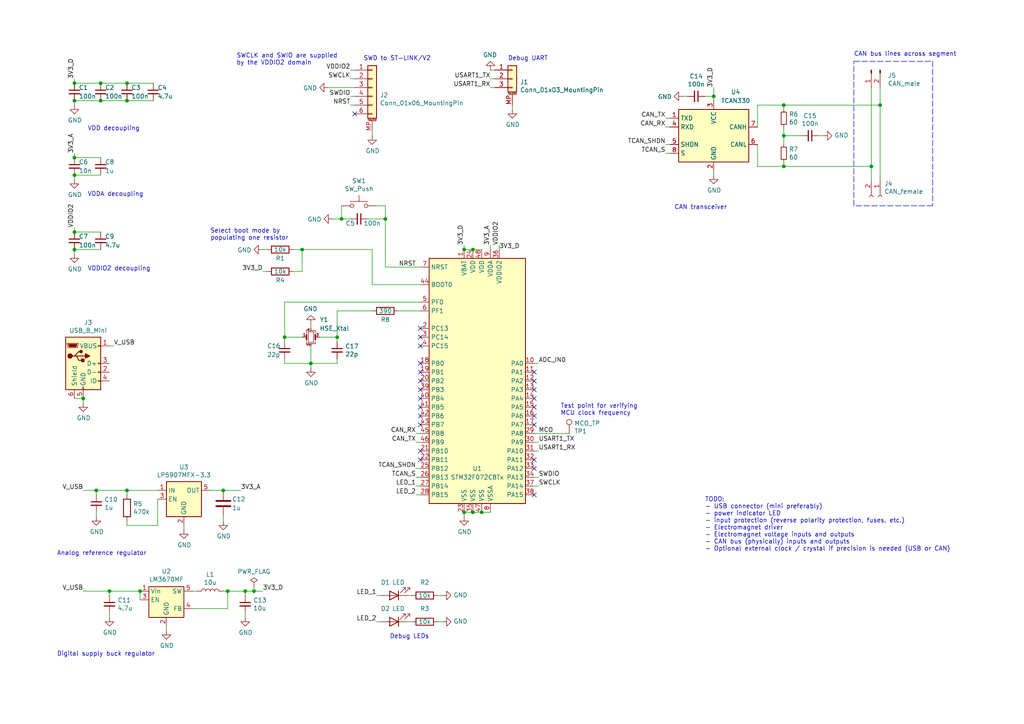
<source format=kicad_sch>
(kicad_sch (version 20231120) (generator "eeschema") (generator_version "8.0")
  (paper "A4")
  (title_block (title "Segment Control Unit") (date "2019-12-18") (rev "1") (company "Verneri Hirvonen"))
  (lib_symbols
    (symbol "Connector:TestPoint" (pin_numbers hide) (pin_names (offset 0.762) hide)
      (property "Reference" "TP" (at 0 6.858 0))
      (property "Value" "TestPoint" (at 0 5.08 0))
      (symbol "TestPoint_0_1"
        (circle (center 0 3.302) (radius 0.762))
      )
      (symbol "TestPoint_1_1"
        (pin passive line (at 0 0 90) (length 2.54) (name "1") (number "1"))
      )
    )
    (symbol "Connector_Generic_MountingPin:Conn_01x03_MountingPin" (pin_names (offset 1.016) hide)
      (property "Reference" "J" (at 0 5.08 0))
      (property "Value" "Conn_01x03_MountingPin" (at 1.27 -5.08 0))
      (symbol "Conn_01x03_MountingPin_1_1"
        (rectangle (start -1.27 -2.413) (end 0 -2.667) (stroke (width 0.1524)))
        (rectangle (start -1.27 0.127) (end 0 -0.127) (stroke (width 0.1524)))
        (rectangle (start -1.27 2.667) (end 0 2.413) (stroke (width 0.1524)))
        (rectangle (start -1.27 3.81) (end 1.27 -3.81) (stroke (width 0.254)) (fill (type background)))
        (polyline (pts (xy -1.016 -4.572) (xy 1.016 -4.572)) (stroke (width 0.1524)))
        (text "Mounting" (at 0 -4.191 0) (effects (font (size 0.381 0.381))))
        (pin passive line (at -5.08 2.54 0) (length 3.81) (name "Pin_1") (number "1"))
        (pin passive line (at -5.08 0 0) (length 3.81) (name "Pin_2") (number "2"))
        (pin passive line (at -5.08 -2.54 0) (length 3.81) (name "Pin_3") (number "3"))
        (pin passive line (at 0 -7.62 90) (length 3.048) (name "MountPin") (number "MP"))
      )
    )
    (symbol "Connector_Generic_MountingPin:Conn_01x06_MountingPin" (pin_names (offset 1.016) hide)
      (property "Reference" "J" (at 0 7.62 0))
      (property "Value" "Conn_01x06_MountingPin" (at 1.27 -10.16 0))
      (symbol "Conn_01x06_MountingPin_1_1"
        (rectangle (start -1.27 -7.493) (end 0 -7.747) (stroke (width 0.1524)))
        (rectangle (start -1.27 -4.953) (end 0 -5.207) (stroke (width 0.1524)))
        (rectangle (start -1.27 -2.413) (end 0 -2.667) (stroke (width 0.1524)))
        (rectangle (start -1.27 0.127) (end 0 -0.127) (stroke (width 0.1524)))
        (rectangle (start -1.27 2.667) (end 0 2.413) (stroke (width 0.1524)))
        (rectangle (start -1.27 5.207) (end 0 4.953) (stroke (width 0.1524)))
        (rectangle (start -1.27 6.35) (end 1.27 -8.89) (stroke (width 0.254)) (fill (type background)))
        (polyline (pts (xy -1.016 -9.652) (xy 1.016 -9.652)) (stroke (width 0.1524)))
        (text "Mounting" (at 0 -9.271 0) (effects (font (size 0.381 0.381))))
        (pin passive line (at -5.08 5.08 0) (length 3.81) (name "Pin_1") (number "1"))
        (pin passive line (at -5.08 2.54 0) (length 3.81) (name "Pin_2") (number "2"))
        (pin passive line (at -5.08 0 0) (length 3.81) (name "Pin_3") (number "3"))
        (pin passive line (at -5.08 -2.54 0) (length 3.81) (name "Pin_4") (number "4"))
        (pin passive line (at -5.08 -5.08 0) (length 3.81) (name "Pin_5") (number "5"))
        (pin passive line (at -5.08 -7.62 0) (length 3.81) (name "Pin_6") (number "6"))
        (pin passive line (at 0 -12.7 90) (length 3.048) (name "MountPin") (number "MP"))
      )
    )
    (symbol "Device:C" (pin_numbers hide) (pin_names (offset 0.254))
      (property "Reference" "C" (at 0.635 2.54 0))
      (property "Value" "C" (at 0.635 -2.54 0))
      (symbol "C_0_1"
        (polyline (pts (xy -2.032 -0.762) (xy 2.032 -0.762)) (stroke (width 0.508)))
        (polyline (pts (xy -2.032 0.762) (xy 2.032 0.762)) (stroke (width 0.508)))
      )
      (symbol "C_1_1"
        (pin passive line (at 0 3.81 270) (length 2.794) (name "~") (number "1"))
        (pin passive line (at 0 -3.81 90) (length 2.794) (name "~") (number "2"))
      )
    )
    (symbol "Device:C_Small" (pin_numbers hide) (pin_names (offset 0.254) hide)
      (property "Reference" "C" (at 0.254 1.778 0))
      (property "Value" "C_Small" (at 0.254 -2.032 0))
      (symbol "C_Small_0_1"
        (polyline (pts (xy -1.524 -0.508) (xy 1.524 -0.508)) (stroke (width 0.3302)))
        (polyline (pts (xy -1.524 0.508) (xy 1.524 0.508)) (stroke (width 0.3048)))
      )
      (symbol "C_Small_1_1"
        (pin passive line (at 0 2.54 270) (length 2.032) (name "~") (number "1"))
        (pin passive line (at 0 -2.54 90) (length 2.032) (name "~") (number "2"))
      )
    )
    (symbol "Device:Crystal_GND24_Small" (pin_names (offset 1.016) hide)
      (property "Reference" "Y" (at 1.27 4.445 0))
      (property "Value" "Crystal_GND24_Small" (at 1.27 2.54 0))
      (symbol "Crystal_GND24_Small_0_1"
        (rectangle (start -0.762 -1.524) (end 0.762 1.524))
        (polyline (pts (xy -1.27 -0.762) (xy -1.27 0.762)) (stroke (width 0.381)))
        (polyline (pts (xy 1.27 -0.762) (xy 1.27 0.762)) (stroke (width 0.381)))
        (polyline (pts (xy -1.27 -1.27) (xy -1.27 -1.905) (xy 1.27 -1.905) (xy 1.27 -1.27)))
        (polyline (pts (xy -1.27 1.27) (xy -1.27 1.905) (xy 1.27 1.905) (xy 1.27 1.27)))
      )
      (symbol "Crystal_GND24_Small_1_1"
        (pin passive line (at -2.54 0 0) (length 1.27) (name "1") (number "1"))
        (pin passive line (at 0 -2.54 90) (length 0.635) (name "2") (number "2"))
        (pin passive line (at 2.54 0 180) (length 1.27) (name "3") (number "3"))
        (pin passive line (at 0 2.54 270) (length 0.635) (name "4") (number "4"))
      )
    )
    (symbol "Device:L" (pin_numbers hide) (pin_names (offset 1.016) hide)
      (property "Reference" "L" (at -1.27 0 90))
      (property "Value" "L" (at 1.905 0 90))
      (symbol "L_0_1"
        (arc (start 0 -2.54) (mid 0.6323 -1.905) (end 0 -1.27))
        (arc (start 0 -1.27) (mid 0.6323 -0.635) (end 0 0))
        (arc (start 0 0) (mid 0.6323 0.635) (end 0 1.27))
        (arc (start 0 1.27) (mid 0.6323 1.905) (end 0 2.54))
      )
      (symbol "L_1_1"
        (pin passive line (at 0 3.81 270) (length 1.27) (name "1") (number "1"))
        (pin passive line (at 0 -3.81 90) (length 1.27) (name "2") (number "2"))
      )
    )
    (symbol "Device:LED" (pin_numbers hide) (pin_names (offset 1.016) hide)
      (property "Reference" "D" (at 0 2.54 0))
      (property "Value" "LED" (at 0 -2.54 0))
      (symbol "LED_0_1"
        (polyline (pts (xy -1.27 -1.27) (xy -1.27 1.27)) (stroke (width 0.254)))
        (polyline (pts (xy -1.27 0) (xy 1.27 0)))
        (polyline (pts (xy 1.27 -1.27) (xy 1.27 1.27) (xy -1.27 0) (xy 1.27 -1.27)) (stroke (width 0.254)))
        (polyline (pts (xy -3.048 -0.762) (xy -4.572 -2.286) (xy -3.81 -2.286) (xy -4.572 -2.286) (xy -4.572 -1.524)))
        (polyline (pts (xy -1.778 -0.762) (xy -3.302 -2.286) (xy -2.54 -2.286) (xy -3.302 -2.286) (xy -3.302 -1.524)))
      )
      (symbol "LED_1_1"
        (pin passive line (at -3.81 0 0) (length 2.54) (name "K") (number "1"))
        (pin passive line (at 3.81 0 180) (length 2.54) (name "A") (number "2"))
      )
    )
    (symbol "Device:R" (pin_numbers hide) (pin_names (offset 0))
      (property "Reference" "R" (at 2.032 0 90))
      (property "Value" "R" (at 0 0 90))
      (symbol "R_0_1"
        (rectangle (start -1.016 -2.54) (end 1.016 2.54) (stroke (width 0.254)))
      )
      (symbol "R_1_1"
        (pin passive line (at 0 3.81 270) (length 1.27) (name "~") (number "1"))
        (pin passive line (at 0 -3.81 90) (length 1.27) (name "~") (number "2"))
      )
    )
    (symbol "Device:R_Small" (pin_numbers hide) (pin_names (offset 0.254) hide)
      (property "Reference" "R" (at 0.762 0.508 0))
      (property "Value" "R_Small" (at 0.762 -1.016 0))
      (symbol "R_Small_0_1"
        (rectangle (start -0.762 1.778) (end 0.762 -1.778) (stroke (width 0.2032)))
      )
      (symbol "R_Small_1_1"
        (pin passive line (at 0 2.54 270) (length 0.762) (name "~") (number "1"))
        (pin passive line (at 0 -2.54 90) (length 0.762) (name "~") (number "2"))
      )
    )
    (symbol "Interface_CAN_LIN:TCAN330"
      (property "Reference" "U" (at -10.16 8.89 0))
      (property "Value" "TCAN330" (at 2.54 8.89 0))
      (symbol "TCAN330_0_1"
        (rectangle (start -10.16 7.62) (end 10.16 -7.62) (stroke (width 0.254)) (fill (type background)))
      )
      (symbol "TCAN330_1_1"
        (pin input line (at -12.7 5.08 0) (length 2.54) (name "TXD") (number "1"))
        (pin power_in line (at 0 -10.16 90) (length 2.54) (name "GND") (number "2"))
        (pin power_in line (at 0 10.16 270) (length 2.54) (name "VCC") (number "3"))
        (pin tri_state line (at -12.7 2.54 0) (length 2.54) (name "RXD") (number "4"))
        (pin input line (at -12.7 -2.54 0) (length 2.54) (name "SHDN") (number "5"))
        (pin bidirectional line (at 12.7 -2.54 180) (length 2.54) (name "CANL") (number "6"))
        (pin bidirectional line (at 12.7 2.54 180) (length 2.54) (name "CANH") (number "7"))
        (pin input line (at -12.7 -5.08 0) (length 2.54) (name "S") (number "8"))
      )
    )
    (symbol "Regulator_Linear:LP5907MFX-3.3"
      (property "Reference" "U" (at -3.81 6.35 0))
      (property "Value" "LP5907MFX-3.3" (at 6.35 6.35 0))
      (symbol "LP5907MFX-3.3_0_1"
        (rectangle (start -5.08 -5.08) (end 5.08 5.08) (stroke (width 0.254)) (fill (type background)))
        (pin power_in line (at -7.62 2.54 0) (length 2.54) (name "IN") (number "1"))
        (pin power_in line (at 0 -7.62 90) (length 2.54) (name "GND") (number "2"))
        (pin input line (at -7.62 0 0) (length 2.54) (name "EN") (number "3"))
        (pin no_connect line (at 5.08 0 180) (length 2.54) hide (name "NC") (number "4"))
        (pin power_out line (at 7.62 2.54 180) (length 2.54) (name "OUT") (number "5"))
      )
    )
    (symbol "Regulator_Switching:LM3670MF"
      (property "Reference" "U" (at -5.08 5.08 0))
      (property "Value" "LM3670MF" (at 0 5.08 0))
      (symbol "LM3670MF_0_1"
        (rectangle (start -5.08 3.81) (end 5.08 -5.08) (stroke (width 0.254)) (fill (type background)))
      )
      (symbol "LM3670MF_1_1"
        (pin power_in line (at -7.62 2.54 0) (length 2.54) (name "Vin") (number "1"))
        (pin power_in line (at 0 -7.62 90) (length 2.54) (name "GND") (number "2"))
        (pin input line (at -7.62 0 0) (length 2.54) (name "EN") (number "3"))
        (pin input line (at 7.62 -2.54 180) (length 2.54) (name "FB") (number "4"))
        (pin input line (at 7.62 2.54 180) (length 2.54) (name "SW") (number "5"))
      )
    )
    (symbol "Switch:SW_Push" (pin_numbers hide) (pin_names (offset 1.016) hide)
      (property "Reference" "SW" (at 1.27 2.54 0))
      (property "Value" "SW_Push" (at 0 -1.524 0))
      (symbol "SW_Push_0_1"
        (circle (center -2.032 0) (radius 0.508))
        (polyline (pts (xy 0 1.27) (xy 0 3.048)))
        (polyline (pts (xy 2.54 1.27) (xy -2.54 1.27)))
        (circle (center 2.032 0) (radius 0.508))
        (pin passive line (at -5.08 0 0) (length 2.54) (name "1") (number "1"))
        (pin passive line (at 5.08 0 180) (length 2.54) (name "2") (number "2"))
      )
    )
    (symbol "main-rescue:Conn_01x02_Female-Connector" (pin_names (offset 1.016) hide)
      (property "Reference" "J" (at 0 2.54 0))
      (property "Value" "Connector_Conn_01x02_Female" (at 0 -5.08 0))
      (symbol "Conn_01x02_Female-Connector_1_1"
        (arc (start 0 -2.032) (mid -0.508 -2.54) (end 0 -3.048) (stroke (width 0.1524)))
        (polyline (pts (xy -1.27 -2.54) (xy -0.508 -2.54)) (stroke (width 0.1524)))
        (polyline (pts (xy -1.27 0) (xy -0.508 0)) (stroke (width 0.1524)))
        (arc (start 0 0.508) (mid -0.508 0) (end 0 -0.508) (stroke (width 0.1524)))
        (pin passive line (at -5.08 0 0) (length 3.81) (name "Pin_1") (number "1"))
        (pin passive line (at -5.08 -2.54 0) (length 3.81) (name "Pin_2") (number "2"))
      )
    )
    (symbol "main-rescue:Conn_01x02_Male-Connector" (pin_names (offset 1.016) hide)
      (property "Reference" "J" (at 0 2.54 0))
      (property "Value" "Connector_Conn_01x02_Male" (at 0 -5.08 0))
      (symbol "Conn_01x02_Male-Connector_1_1"
        (polyline (pts (xy 1.27 -2.54) (xy 0.8636 -2.54)) (stroke (width 0.1524)))
        (polyline (pts (xy 1.27 0) (xy 0.8636 0)) (stroke (width 0.1524)))
        (rectangle (start 0.8636 -2.413) (end 0 -2.667) (stroke (width 0.1524)) (fill (type outline)))
        (rectangle (start 0.8636 0.127) (end 0 -0.127) (stroke (width 0.1524)) (fill (type outline)))
        (pin passive line (at 5.08 0 180) (length 3.81) (name "Pin_1") (number "1"))
        (pin passive line (at 5.08 -2.54 180) (length 3.81) (name "Pin_2") (number "2"))
      )
    )
    (symbol "main-rescue:GND-power" (power) (pin_names (offset 0))
      (property "Value" "power_GND" (at 0 -3.81 0))
      (symbol "GND-power_0_1"
        (polyline (pts (xy 0 0) (xy 0 -1.27) (xy 1.27 -1.27) (xy 0 -2.54) (xy -1.27 -1.27) (xy 0 -1.27)))
      )
      (symbol "GND-power_1_1"
        (pin power_in line (at 0 0 270) (length 0) hide (name "GND") (number "1"))
      )
    )
    (symbol "main-rescue:PWR_FLAG-power" (power) (pin_numbers hide) (pin_names (offset 0) hide)
      (property "Value" "power_PWR_FLAG" (at 0 3.81 0))
      (symbol "PWR_FLAG-power_0_0"
        (pin power_out line (at 0 0 90) (length 0) (name "pwr") (number "1"))
      )
      (symbol "PWR_FLAG-power_0_1"
        (polyline (pts (xy 0 0) (xy 0 1.27) (xy -1.016 1.905) (xy 0 2.54) (xy 1.016 1.905) (xy 0 1.27)))
      )
    )
    (symbol "main-rescue:STM32F072C8Tx-MCU_ST_STM32F0"
      (property "Reference" "U" (at -15.24 36.83 0))
      (property "Value" "MCU_ST_STM32F0_STM32F072C8Tx" (at 7.62 36.83 0))
      (symbol "STM32F072C8Tx-MCU_ST_STM32F0_0_1"
        (rectangle (start -15.24 -35.56) (end 12.7 35.56) (stroke (width 0.254)) (fill (type background)))
      )
      (symbol "STM32F072C8Tx-MCU_ST_STM32F0_1_1"
        (pin power_in line (at -5.08 38.1 270) (length 2.54) (name "VBAT") (number "1"))
        (pin bidirectional line (at 15.24 5.08 180) (length 2.54) (name "PA0") (number "10"))
        (pin bidirectional line (at 15.24 2.54 180) (length 2.54) (name "PA1") (number "11"))
        (pin bidirectional line (at 15.24 0 180) (length 2.54) (name "PA2") (number "12"))
        (pin bidirectional line (at 15.24 -2.54 180) (length 2.54) (name "PA3") (number "13"))
        (pin bidirectional line (at 15.24 -5.08 180) (length 2.54) (name "PA4") (number "14"))
        (pin bidirectional line (at 15.24 -7.62 180) (length 2.54) (name "PA5") (number "15"))
        (pin bidirectional line (at 15.24 -10.16 180) (length 2.54) (name "PA6") (number "16"))
        (pin bidirectional line (at 15.24 -12.7 180) (length 2.54) (name "PA7") (number "17"))
        (pin bidirectional line (at -17.78 5.08 0) (length 2.54) (name "PB0") (number "18"))
        (pin bidirectional line (at -17.78 2.54 0) (length 2.54) (name "PB1") (number "19"))
        (pin bidirectional line (at -17.78 15.24 0) (length 2.54) (name "PC13") (number "2"))
        (pin bidirectional line (at -17.78 0 0) (length 2.54) (name "PB2") (number "20"))
        (pin bidirectional line (at -17.78 -20.32 0) (length 2.54) (name "PB10") (number "21"))
        (pin bidirectional line (at -17.78 -22.86 0) (length 2.54) (name "PB11") (number "22"))
        (pin power_in line (at -5.08 -38.1 90) (length 2.54) (name "VSS") (number "23"))
        (pin power_in line (at -2.54 38.1 270) (length 2.54) (name "VDD") (number "24"))
        (pin bidirectional line (at -17.78 -25.4 0) (length 2.54) (name "PB12") (number "25"))
        (pin bidirectional line (at -17.78 -27.94 0) (length 2.54) (name "PB13") (number "26"))
        (pin bidirectional line (at -17.78 -30.48 0) (length 2.54) (name "PB14") (number "27"))
        (pin bidirectional line (at -17.78 -33.02 0) (length 2.54) (name "PB15") (number "28"))
        (pin bidirectional line (at 15.24 -15.24 180) (length 2.54) (name "PA8") (number "29"))
        (pin bidirectional line (at -17.78 12.7 0) (length 2.54) (name "PC14") (number "3"))
        (pin bidirectional line (at 15.24 -17.78 180) (length 2.54) (name "PA9") (number "30"))
        (pin bidirectional line (at 15.24 -20.32 180) (length 2.54) (name "PA10") (number "31"))
        (pin bidirectional line (at 15.24 -22.86 180) (length 2.54) (name "PA11") (number "32"))
        (pin bidirectional line (at 15.24 -25.4 180) (length 2.54) (name "PA12") (number "33"))
        (pin bidirectional line (at 15.24 -27.94 180) (length 2.54) (name "PA13") (number "34"))
        (pin power_in line (at -2.54 -38.1 90) (length 2.54) (name "VSS") (number "35"))
        (pin power_in line (at 5.08 38.1 270) (length 2.54) (name "VDDIO2") (number "36"))
        (pin bidirectional line (at 15.24 -30.48 180) (length 2.54) (name "PA14") (number "37"))
        (pin bidirectional line (at 15.24 -33.02 180) (length 2.54) (name "PA15") (number "38"))
        (pin bidirectional line (at -17.78 -2.54 0) (length 2.54) (name "PB3") (number "39"))
        (pin bidirectional line (at -17.78 10.16 0) (length 2.54) (name "PC15") (number "4"))
        (pin bidirectional line (at -17.78 -5.08 0) (length 2.54) (name "PB4") (number "40"))
        (pin bidirectional line (at -17.78 -7.62 0) (length 2.54) (name "PB5") (number "41"))
        (pin bidirectional line (at -17.78 -10.16 0) (length 2.54) (name "PB6") (number "42"))
        (pin bidirectional line (at -17.78 -12.7 0) (length 2.54) (name "PB7") (number "43"))
        (pin input line (at -17.78 27.94 0) (length 2.54) (name "BOOT0") (number "44"))
        (pin bidirectional line (at -17.78 -15.24 0) (length 2.54) (name "PB8") (number "45"))
        (pin bidirectional line (at -17.78 -17.78 0) (length 2.54) (name "PB9") (number "46"))
        (pin power_in line (at 0 -38.1 90) (length 2.54) (name "VSS") (number "47"))
        (pin power_in line (at 0 38.1 270) (length 2.54) (name "VDD") (number "48"))
        (pin input line (at -17.78 22.86 0) (length 2.54) (name "PF0") (number "5"))
        (pin input line (at -17.78 20.32 0) (length 2.54) (name "PF1") (number "6"))
        (pin input line (at -17.78 33.02 0) (length 2.54) (name "NRST") (number "7"))
        (pin power_in line (at 2.54 -38.1 90) (length 2.54) (name "VSSA") (number "8"))
        (pin power_in line (at 2.54 38.1 270) (length 2.54) (name "VDDA") (number "9"))
      )
    )
    (symbol "main-rescue:USB_B_Mini-Connector" (pin_names (offset 1.016))
      (property "Reference" "J" (at -5.08 11.43 0))
      (property "Value" "Connector_USB_B_Mini" (at -5.08 8.89 0))
      (symbol "USB_B_Mini-Connector_0_1"
        (rectangle (start -5.08 -7.62) (end 5.08 7.62) (stroke (width 0.254)) (fill (type background)))
        (circle (center -3.81 2.159) (radius 0.635) (stroke (width 0.254)) (fill (type outline)))
        (circle (center -0.635 3.429) (radius 0.381) (stroke (width 0.254)) (fill (type outline)))
        (rectangle (start -0.127 -7.62) (end 0.127 -6.858))
        (polyline (pts (xy -1.905 2.159) (xy 0.635 2.159)) (stroke (width 0.254)))
        (polyline (pts (xy -3.175 2.159) (xy -2.54 2.159) (xy -1.27 3.429) (xy -0.635 3.429)) (stroke (width 0.254)))
        (polyline (pts (xy -2.54 2.159) (xy -1.905 2.159) (xy -1.27 0.889) (xy 0 0.889)) (stroke (width 0.254)))
        (polyline (pts (xy 0.635 2.794) (xy 0.635 1.524) (xy 1.905 2.159) (xy 0.635 2.794)) (stroke (width 0.254)) (fill (type outline)))
        (polyline (pts (xy -4.318 5.588) (xy -1.778 5.588) (xy -2.032 4.826) (xy -4.064 4.826) (xy -4.318 5.588)) (fill (type outline)))
        (polyline (pts (xy -4.699 5.842) (xy -4.699 5.588) (xy -4.445 4.826) (xy -4.445 4.572) (xy -1.651 4.572) (xy -1.651 4.826) (xy -1.397 5.588) (xy -1.397 5.842) (xy -4.699 5.842)))
        (rectangle (start 0.254 1.27) (end -0.508 0.508) (stroke (width 0.254)) (fill (type outline)))
        (rectangle (start 5.08 -5.207) (end 4.318 -4.953))
        (rectangle (start 5.08 -2.667) (end 4.318 -2.413))
        (rectangle (start 5.08 -0.127) (end 4.318 0.127))
        (rectangle (start 5.08 4.953) (end 4.318 5.207))
      )
      (symbol "USB_B_Mini-Connector_1_1"
        (pin power_out line (at 7.62 5.08 180) (length 2.54) (name "VBUS") (number "1"))
        (pin passive line (at 7.62 -2.54 180) (length 2.54) (name "D-") (number "2"))
        (pin passive line (at 7.62 0 180) (length 2.54) (name "D+") (number "3"))
        (pin passive line (at 7.62 -5.08 180) (length 2.54) (name "ID") (number "4"))
        (pin power_out line (at 0 -10.16 90) (length 2.54) (name "GND") (number "5"))
        (pin passive line (at -2.54 -10.16 90) (length 2.54) (name "Shield") (number "6"))
      )
    )
  )
  (junction (at 66.04 171.45))
  (junction (at 207.01 27.94))
  (junction (at 36.83 142.24))
  (junction (at 24.13 115.57))
  (junction (at 73.66 171.45))
  (junction (at 111.76 63.5))
  (junction (at 36.83 29.21))
  (junction (at 134.62 72.39))
  (junction (at 29.21 24.13))
  (junction (at 31.75 171.45))
  (junction (at 99.06 63.5))
  (junction (at 71.12 171.45))
  (junction (at 227.33 30.48))
  (junction (at 21.59 45.72))
  (junction (at 29.21 29.21))
  (junction (at 40.64 171.45))
  (junction (at 227.33 39.37))
  (junction (at 21.59 72.39))
  (junction (at 82.55 97.79))
  (junction (at 21.59 50.8))
  (junction (at 255.27 30.48))
  (junction (at 97.79 97.79))
  (junction (at 27.94 142.24))
  (junction (at 137.16 72.39))
  (junction (at 21.59 24.13))
  (junction (at 64.77 142.24))
  (junction (at 227.33 48.26))
  (junction (at 137.16 148.59))
  (junction (at 252.73 48.26))
  (junction (at 36.83 24.13))
  (junction (at 21.59 67.31))
  (junction (at 87.63 72.39))
  (junction (at 134.62 148.59))
  (junction (at 21.59 29.21))
  (junction (at 90.17 105.41))
  (junction (at 139.7 148.59))
  (no_connect (at 154.94 115.57))
  (no_connect (at 121.92 97.79))
  (no_connect (at 154.94 110.49))
  (no_connect (at 121.92 118.11))
  (no_connect (at 121.92 123.19))
  (no_connect (at 121.92 133.35))
  (no_connect (at 121.92 100.33))
  (no_connect (at 102.87 33.02))
  (no_connect (at 121.92 95.25))
  (no_connect (at 154.94 113.03))
  (no_connect (at 154.94 120.65))
  (no_connect (at 154.94 123.19))
  (no_connect (at 154.94 107.95))
  (no_connect (at 121.92 107.95))
  (no_connect (at 154.94 135.89))
  (no_connect (at 121.92 105.41))
  (no_connect (at 121.92 120.65))
  (no_connect (at 154.94 143.51))
  (no_connect (at 154.94 118.11))
  (no_connect (at 121.92 113.03))
  (no_connect (at 121.92 130.81))
  (no_connect (at 121.92 115.57))
  (no_connect (at 154.94 133.35))
  (no_connect (at 121.92 110.49))
  (wire (pts (xy 45.72 144.78) (xy 45.72 152.4)))
  (wire (pts (xy 219.71 48.26) (xy 227.33 48.26)))
  (wire (pts (xy 194.31 41.91) (xy 193.04 41.91)))
  (wire (pts (xy 144.78 72.39) (xy 144.78 71.12)))
  (wire (pts (xy 44.45 29.21) (xy 36.83 29.21)))
  (wire (pts (xy 66.04 171.45) (xy 66.04 176.53)))
  (wire (pts (xy 102.87 20.32) (xy 101.6 20.32)))
  (wire (pts (xy 109.22 172.72) (xy 110.49 172.72)))
  (wire (pts (xy 97.79 104.14) (xy 97.79 105.41)))
  (wire (pts (xy 142.24 71.12) (xy 142.24 72.39)))
  (wire (pts (xy 102.87 30.48) (xy 101.6 30.48)))
  (wire (pts (xy 36.83 142.24) (xy 27.94 142.24)))
  (wire (pts (xy 121.92 143.51) (xy 120.65 143.51)))
  (wire (pts (xy 227.33 48.26) (xy 252.73 48.26)))
  (wire (pts (xy 21.59 72.39) (xy 21.59 73.66)))
  (wire (pts (xy 102.87 27.94) (xy 101.6 27.94)))
  (wire (pts (xy 21.59 72.39) (xy 29.21 72.39)))
  (wire (pts (xy 134.62 148.59) (xy 137.16 148.59)))
  (wire (pts (xy 255.27 52.07) (xy 255.27 30.48)))
  (wire (pts (xy 227.33 48.26) (xy 227.33 46.99)))
  (wire (pts (xy 121.92 138.43) (xy 120.65 138.43)))
  (wire (pts (xy 45.72 152.4) (xy 36.83 152.4)))
  (wire (pts (xy 31.75 171.45) (xy 24.13 171.45)))
  (wire (pts (xy 21.59 67.31) (xy 29.21 67.31)))
  (wire (pts (xy 48.26 181.61) (xy 48.26 182.88)))
  (wire (pts (xy 64.77 142.24) (xy 69.85 142.24)))
  (wire (pts (xy 227.33 41.91) (xy 227.33 39.37)))
  (wire (pts (xy 36.83 29.21) (xy 29.21 29.21)))
  (wire (pts (xy 252.73 52.07) (xy 252.73 48.26)))
  (wire (pts (xy 97.79 97.79) (xy 97.79 90.17)))
  (wire (pts (xy 73.66 170.18) (xy 73.66 171.45)))
  (wire (pts (xy 148.59 30.48) (xy 148.59 31.75)))
  (wire (pts (xy 193.04 34.29) (xy 194.31 34.29)))
  (wire (pts (xy 219.71 36.83) (xy 219.71 30.48)))
  (wire (pts (xy 207.01 49.53) (xy 207.01 50.8)))
  (wire (pts (xy 82.55 87.63) (xy 82.55 97.79)))
  (wire (pts (xy 102.87 22.86) (xy 101.6 22.86)))
  (wire (pts (xy 255.27 30.48) (xy 255.27 25.4)))
  (wire (pts (xy 118.11 180.34) (xy 119.38 180.34)))
  (wire (pts (xy 77.47 78.74) (xy 76.2 78.74)))
  (wire (pts (xy 36.83 143.51) (xy 36.83 142.24)))
  (wire (pts (xy 227.33 39.37) (xy 227.33 36.83)))
  (wire (pts (xy 127 172.72) (xy 128.27 172.72)))
  (wire (pts (xy 207.01 27.94) (xy 204.47 27.94)))
  (wire (pts (xy 53.34 152.4) (xy 53.34 153.67)))
  (wire (pts (xy 66.04 176.53) (xy 55.88 176.53)))
  (wire (pts (xy 237.49 39.37) (xy 238.76 39.37)))
  (wire (pts (xy 154.94 105.41) (xy 156.21 105.41)))
  (wire (pts (xy 82.55 97.79) (xy 82.55 99.06)))
  (wire (pts (xy 118.11 172.72) (xy 119.38 172.72)))
  (wire (pts (xy 73.66 171.45) (xy 76.2 171.45)))
  (wire (pts (xy 109.22 180.34) (xy 110.49 180.34)))
  (wire (pts (xy 90.17 95.25) (xy 90.17 93.98)))
  (wire (pts (xy 21.59 45.72) (xy 29.21 45.72)))
  (wire (pts (xy 71.12 171.45) (xy 71.12 172.72)))
  (wire (pts (xy 64.77 149.86) (xy 64.77 151.13)))
  (wire (pts (xy 90.17 105.41) (xy 90.17 106.68)))
  (wire (pts (xy 137.16 72.39) (xy 139.7 72.39)))
  (wire (pts (xy 227.33 30.48) (xy 255.27 30.48)))
  (wire (pts (xy 111.76 59.69) (xy 109.22 59.69)))
  (wire (pts (xy 115.57 90.17) (xy 121.92 90.17)))
  (wire (pts (xy 21.59 50.8) (xy 21.59 52.07)))
  (wire (pts (xy 31.75 100.33) (xy 33.02 100.33)))
  (wire (pts (xy 194.31 44.45) (xy 193.04 44.45)))
  (wire (pts (xy 121.92 82.55) (xy 107.95 82.55)))
  (wire (pts (xy 55.88 171.45) (xy 57.15 171.45)))
  (wire (pts (xy 64.77 171.45) (xy 66.04 171.45)))
  (wire (pts (xy 111.76 77.47) (xy 111.76 63.5)))
  (wire (pts (xy 29.21 24.13) (xy 36.83 24.13)))
  (wire (pts (xy 31.75 177.8) (xy 31.75 179.07)))
  (wire (pts (xy 121.92 135.89) (xy 120.65 135.89)))
  (wire (pts (xy 71.12 177.8) (xy 71.12 179.07)))
  (wire (pts (xy 21.59 24.13) (xy 29.21 24.13)))
  (wire (pts (xy 107.95 38.1) (xy 107.95 39.37)))
  (wire (pts (xy 66.04 171.45) (xy 71.12 171.45)))
  (wire (pts (xy 219.71 30.48) (xy 227.33 30.48)))
  (wire (pts (xy 21.59 44.45) (xy 21.59 45.72)))
  (wire (pts (xy 154.94 128.27) (xy 156.21 128.27)))
  (wire (pts (xy 207.01 29.21) (xy 207.01 27.94)))
  (wire (pts (xy 60.96 142.24) (xy 64.77 142.24)))
  (wire (pts (xy 45.72 142.24) (xy 36.83 142.24)))
  (wire (pts (xy 134.62 72.39) (xy 134.62 71.12)))
  (wire (pts (xy 27.94 148.59) (xy 27.94 149.86)))
  (wire (pts (xy 21.59 66.04) (xy 21.59 67.31)))
  (wire (pts (xy 219.71 41.91) (xy 219.71 48.26)))
  (wire (pts (xy 77.47 72.39) (xy 76.2 72.39)))
  (wire (pts (xy 127 180.34) (xy 128.27 180.34)))
  (polyline (pts (xy 247.65 17.78) (xy 270.51 17.78)) (stroke (width 0) (type dash)))
  (wire (pts (xy 111.76 59.69) (xy 111.76 63.5)))
  (wire (pts (xy 24.13 115.57) (xy 24.13 116.84)))
  (wire (pts (xy 121.92 140.97) (xy 120.65 140.97)))
  (wire (pts (xy 193.04 36.83) (xy 194.31 36.83)))
  (wire (pts (xy 121.92 87.63) (xy 82.55 87.63)))
  (wire (pts (xy 154.94 138.43) (xy 156.21 138.43)))
  (wire (pts (xy 154.94 130.81) (xy 156.21 130.81)))
  (wire (pts (xy 134.62 148.59) (xy 134.62 149.86)))
  (wire (pts (xy 31.75 172.72) (xy 31.75 171.45)))
  (wire (pts (xy 143.51 22.86) (xy 142.24 22.86)))
  (wire (pts (xy 97.79 97.79) (xy 92.71 97.79)))
  (wire (pts (xy 87.63 97.79) (xy 82.55 97.79)))
  (wire (pts (xy 21.59 115.57) (xy 24.13 115.57)))
  (wire (pts (xy 36.83 152.4) (xy 36.83 151.13)))
  (wire (pts (xy 121.92 128.27) (xy 120.65 128.27)))
  (wire (pts (xy 137.16 148.59) (xy 139.7 148.59)))
  (wire (pts (xy 21.59 29.21) (xy 21.59 30.48)))
  (wire (pts (xy 121.92 77.47) (xy 111.76 77.47)))
  (wire (pts (xy 227.33 39.37) (xy 232.41 39.37)))
  (wire (pts (xy 101.6 63.5) (xy 99.06 63.5)))
  (wire (pts (xy 82.55 105.41) (xy 90.17 105.41)))
  (wire (pts (xy 99.06 63.5) (xy 96.52 63.5)))
  (wire (pts (xy 102.87 25.4) (xy 95.25 25.4)))
  (wire (pts (xy 97.79 105.41) (xy 90.17 105.41)))
  (wire (pts (xy 154.94 125.73) (xy 165.1 125.73)))
  (wire (pts (xy 40.64 173.99) (xy 40.64 171.45)))
  (wire (pts (xy 107.95 82.55) (xy 107.95 72.39)))
  (wire (pts (xy 154.94 140.97) (xy 156.21 140.97)))
  (wire (pts (xy 106.68 63.5) (xy 111.76 63.5)))
  (wire (pts (xy 207.01 27.94) (xy 207.01 25.4)))
  (wire (pts (xy 139.7 148.59) (xy 142.24 148.59)))
  (wire (pts (xy 21.59 24.13) (xy 21.59 22.86)))
  (wire (pts (xy 21.59 29.21) (xy 29.21 29.21)))
  (wire (pts (xy 40.64 171.45) (xy 31.75 171.45)))
  (wire (pts (xy 107.95 72.39) (xy 87.63 72.39)))
  (wire (pts (xy 143.51 20.32) (xy 142.24 20.32)))
  (wire (pts (xy 143.51 25.4) (xy 142.24 25.4)))
  (wire (pts (xy 87.63 72.39) (xy 87.63 78.74)))
  (wire (pts (xy 21.59 50.8) (xy 29.21 50.8)))
  (wire (pts (xy 199.39 27.94) (xy 198.12 27.94)))
  (wire (pts (xy 27.94 143.51) (xy 27.94 142.24)))
  (wire (pts (xy 99.06 63.5) (xy 99.06 59.69)))
  (wire (pts (xy 90.17 100.33) (xy 90.17 105.41)))
  (wire (pts (xy 82.55 104.14) (xy 82.55 105.41)))
  (polyline (pts (xy 247.65 59.69) (xy 247.65 17.78)) (stroke (width 0) (type dash)))
  (wire (pts (xy 71.12 171.45) (xy 73.66 171.45)))
  (wire (pts (xy 227.33 30.48) (xy 227.33 31.75)))
  (wire (pts (xy 121.92 125.73) (xy 120.65 125.73)))
  (wire (pts (xy 97.79 90.17) (xy 107.95 90.17)))
  (wire (pts (xy 87.63 78.74) (xy 85.09 78.74)))
  (polyline (pts (xy 270.51 17.78) (xy 270.51 59.69)) (stroke (width 0) (type dash)))
  (wire (pts (xy 252.73 48.26) (xy 252.73 25.4)))
  (wire (pts (xy 97.79 99.06) (xy 97.79 97.79)))
  (wire (pts (xy 137.16 72.39) (xy 134.62 72.39)))
  (wire (pts (xy 85.09 72.39) (xy 87.63 72.39)))
  (wire (pts (xy 36.83 24.13) (xy 44.45 24.13)))
  (wire (pts (xy 27.94 142.24) (xy 24.13 142.24)))
  (polyline (pts (xy 270.51 59.69) (xy 247.65 59.69)) (stroke (width 0) (type dash)))
  (text "VDDA decoupling" (at 25.4 57.15 0) (effects (font (size 1.27 1.27)) (justify left bottom)))
  (text "Digital supply buck regulator" (at 16.51 190.5 0) (effects (font (size 1.27 1.27)) (justify left bottom)))
  (text "SWD to ST-LINK/V2" (at 105.41 17.78 0) (effects (font (size 1.27 1.27)) (justify left bottom)))
  (text "Debug LEDs" (at 113.03 185.42 0) (effects (font (size 1.27 1.27)) (justify left bottom)))
  (text "CAN bus lines across segment" (at 247.65 16.51 0) (effects (font (size 1.27 1.27)) (justify left bottom)))
  (text "CAN transceiver" (at 195.58 60.96 0) (effects (font (size 1.27 1.27)) (justify left bottom)))
  (text "VDD decoupling" (at 25.4 38.1 0) (effects (font (size 1.27 1.27)) (justify left bottom)))
  (text "VDDIO2 decoupling" (at 25.4 78.74 0) (effects (font (size 1.27 1.27)) (justify left bottom)))
  (text "Analog reference regulator" (at 16.51 161.29 0) (effects (font (size 1.27 1.27)) (justify left bottom)))
  (text "Test point for verifying\nMCU clock frequency" (at 162.56 120.65 0) (effects (font (size 1.27 1.27)) (justify left bottom)))
  (text "Debug UART" (at 147.32 17.78 0) (effects (font (size 1.27 1.27)) (justify left bottom)))
  (text "Select boot mode by\npopulating one resistor" (at 60.96 69.85 0) (effects (font (size 1.27 1.27)) (justify left bottom)))
  (text "TODO:\n- USB connector (mini preferably)\n- power indicator LED\n- input protection (reverse polarity protection, fuses, etc.)\n- Electromagnet driver\n- Electromagnet voltage inputs and outputs\n- CAN bus (physically) inputs and outputs\n- Optional external clock / crystal if precision is needed (USB or CAN)" (at 204.47 160.02 0) (effects (font (size 1.27 1.27)) (justify left bottom)))
  (text "SWCLK and SWIO are supplied\nby the VDDIO2 domain" (at 68.58 19.05 0) (effects (font (size 1.27 1.27)) (justify left bottom)))
  (label "SWCLK" (at 156.21 140.97 0))
  (label "MCO" (at 156.21 125.73 0))
  (label "LED_1" (at 109.22 172.72 180))
  (label "NRST" (at 101.6 30.48 180))
  (label "TCAN_SHDN" (at 193.04 41.91 180))
  (label "3V3_A" (at 21.59 44.45 90))
  (label "USART1_RX" (at 142.24 25.4 180))
  (label "LED_2" (at 109.22 180.34 180))
  (label "TCAN_S" (at 120.65 138.43 180))
  (label "3V3_D" (at 134.62 71.12 90))
  (label "3V3_A" (at 142.24 71.12 90))
  (label "LED_1" (at 120.65 140.97 180))
  (label "VDDIO2" (at 21.59 66.04 90))
  (label "3V3_A" (at 69.85 142.24 0))
  (label "3V3_D" (at 76.2 78.74 180))
  (label "V_USB" (at 24.13 171.45 180))
  (label "VDDIO2" (at 144.78 71.12 90))
  (label "V_USB" (at 33.02 100.33 0))
  (label "ADC_IN0" (at 156.21 105.41 0))
  (label "TCAN_S" (at 193.04 44.45 180))
  (label "TCAN_SHDN" (at 120.65 135.89 180))
  (label "SWDIO" (at 156.21 138.43 0))
  (label "USART1_RX" (at 156.21 130.81 0))
  (label "CAN_TX" (at 120.65 128.27 180))
  (label "CAN_TX" (at 193.04 34.29 180))
  (label "3V3_D" (at 76.2 171.45 0))
  (label "3V3_D" (at 144.78 72.39 0))
  (label "USART1_TX" (at 156.21 128.27 0))
  (label "SWDIO" (at 101.6 27.94 180))
  (label "SWCLK" (at 101.6 22.86 180))
  (label "USART1_TX" (at 142.24 22.86 180))
  (label "V_USB" (at 24.13 142.24 180))
  (label "CAN_RX" (at 120.65 125.73 180))
  (label "3V3_D" (at 21.59 22.86 90))
  (label "3V3_D" (at 207.01 25.4 90))
  (label "CAN_RX" (at 193.04 36.83 180))
  (label "NRST" (at 120.65 77.47 180))
  (label "LED_2" (at 120.65 143.51 180))
  (label "VDDIO2" (at 101.6 20.32 180))
  (symbol (lib_id "main-rescue:STM32F072C8Tx-MCU_ST_STM32F0") (at 139.7 110.49 0) (unit 1)
    (property "Reference" "U1" (at 138.43 135.89 0))
    (property "Value" "STM32F072C8Tx" (at 138.43 138.43 0))
    (property "Footprint" "Package_QFP:LQFP-48_7x7mm_P0.5mm" (effects (hide yes)))
    (property "Datasheet" "http://www.st.com/st-web-ui/static/active/en/resource/technical/document/datasheet/DM00090510.pdf" (effects (hide yes)))
  )
  (symbol (lib_id "main-rescue:GND-power") (at 134.62 149.86 0) (unit 1)
    (property "Reference" "#PWR02" (effects (hide yes)))
    (property "Value" "GND" (at 134.747 154.2542 0))
  )
  (symbol (lib_id "Device:C_Small") (at 21.59 26.67 0) (unit 1)
    (property "Reference" "C1" (at 22.86 25.4 0) (effects (justify left)))
    (property "Value" "100n" (at 22.86 27.94 0) (effects (justify left)))
    (property "Footprint" "Capacitor_SMD:C_0603_1608Metric" (effects (hide yes)))
  )
  (symbol (lib_id "Device:C_Small") (at 29.21 26.67 0) (unit 1)
    (property "Reference" "C2" (at 30.48 25.4 0) (effects (justify left)))
    (property "Value" "100n" (at 30.48 27.94 0) (effects (justify left)))
    (property "Footprint" "Capacitor_SMD:C_0603_1608Metric" (effects (hide yes)))
  )
  (symbol (lib_id "Device:C_Small") (at 36.83 26.67 0) (unit 1)
    (property "Reference" "C3" (at 38.1 25.4 0) (effects (justify left)))
    (property "Value" "100n" (at 38.1 27.94 0) (effects (justify left)))
    (property "Footprint" "Capacitor_SMD:C_0603_1608Metric" (effects (hide yes)))
  )
  (symbol (lib_id "Device:C_Small") (at 44.45 26.67 0) (unit 1)
    (property "Reference" "C4" (at 45.72 25.4 0) (effects (justify left)))
    (property "Value" "4.7u" (at 45.72 27.94 0) (effects (justify left)))
    (property "Footprint" "Capacitor_SMD:C_0603_1608Metric" (effects (hide yes)))
  )
  (symbol (lib_id "main-rescue:GND-power") (at 21.59 30.48 0) (unit 1)
    (property "Reference" "#PWR01" (effects (hide yes)))
    (property "Value" "GND" (at 21.717 34.8742 0))
  )
  (symbol (lib_id "Device:LED") (at 114.3 172.72 180) (unit 1)
    (property "Reference" "D1" (at 111.76 168.91 0))
    (property "Value" "LED" (at 115.57 168.91 0))
    (property "Footprint" "LED_SMD:LED_0805_2012Metric" (effects (hide yes)))
  )
  (symbol (lib_id "Interface_CAN_LIN:TCAN330") (at 207.01 39.37 0) (unit 1)
    (property "Reference" "U4" (at 213.36 26.67 0))
    (property "Value" "TCAN330" (at 213.36 29.21 0))
    (property "Footprint" "Package_TO_SOT_SMD:TSOT-23-8" (effects (hide yes)))
    (property "Datasheet" "http://www.ti.com/lit/ds/symlink/tcan337.pdf" (effects (hide yes)))
  )
  (symbol (lib_id "Device:R") (at 123.19 172.72 270) (unit 1)
    (property "Reference" "R2" (at 123.19 168.91 90))
    (property "Value" "10k" (at 123.19 172.72 90))
    (property "Footprint" "Resistor_SMD:R_0603_1608Metric" (effects (hide yes)))
  )
  (symbol (lib_id "main-rescue:GND-power") (at 128.27 172.72 90) (unit 1)
    (property "Reference" "#PWR04" (effects (hide yes)))
    (property "Value" "GND" (at 131.5212 172.593 90) (effects (justify right)))
  )
  (symbol (lib_id "Device:LED") (at 114.3 180.34 180) (unit 1)
    (property "Reference" "D2" (at 111.76 176.53 0))
    (property "Value" "LED" (at 115.57 176.53 0))
    (property "Footprint" "LED_SMD:LED_0805_2012Metric" (effects (hide yes)))
  )
  (symbol (lib_id "Device:R") (at 123.19 180.34 270) (unit 1)
    (property "Reference" "R3" (at 123.19 176.53 90))
    (property "Value" "10k" (at 123.19 180.34 90))
    (property "Footprint" "Resistor_SMD:R_0603_1608Metric" (effects (hide yes)))
  )
  (symbol (lib_id "main-rescue:GND-power") (at 128.27 180.34 90) (unit 1)
    (property "Reference" "#PWR05" (effects (hide yes)))
    (property "Value" "GND" (at 131.5212 180.213 90) (effects (justify right)))
  )
  (symbol (lib_id "main-rescue:GND-power") (at 207.01 50.8 0) (unit 1)
    (property "Reference" "#PWR019" (effects (hide yes)))
    (property "Value" "GND" (at 207.137 55.1942 0))
  )
  (symbol (lib_id "main-rescue:USB_B_Mini-Connector") (at 24.13 105.41 0) (unit 1)
    (property "Reference" "J3" (at 25.5778 93.5482 0))
    (property "Value" "USB_B_Mini" (at 25.5778 95.8596 0))
    (property "Footprint" "Connector_USB:USB_Mini-B_Wuerth_65100516121_Horizontal" (effects (hide yes)))
  )
  (symbol (lib_id "Device:R") (at 81.28 72.39 270) (unit 1)
    (property "Reference" "R1" (at 81.28 74.93 90))
    (property "Value" "10k" (at 81.28 72.39 90))
    (property "Footprint" "Resistor_SMD:R_0603_1608Metric" (effects (hide yes)))
  )
  (symbol (lib_id "main-rescue:GND-power") (at 76.2 72.39 270) (unit 1)
    (property "Reference" "#PWR03" (effects (hide yes)))
    (property "Value" "GND" (at 72.9488 72.517 90) (effects (justify right)))
  )
  (symbol (lib_id "Device:R") (at 81.28 78.74 270) (unit 1)
    (property "Reference" "R4" (at 81.28 81.28 90))
    (property "Value" "10k" (at 81.28 78.74 90))
    (property "Footprint" "Resistor_SMD:R_0603_1608Metric" (effects (hide yes)))
  )
  (symbol (lib_id "main-rescue:GND-power") (at 24.13 116.84 0) (unit 1)
    (property "Reference" "#PWR020" (effects (hide yes)))
    (property "Value" "GND" (at 24.257 121.2342 0))
  )
  (symbol (lib_id "Connector_Generic_MountingPin:Conn_01x03_MountingPin") (at 148.59 22.86 0) (unit 1)
    (property "Reference" "J1" (at 150.8252 23.7744 0) (effects (justify left)))
    (property "Value" "Conn_01x03_MountingPin" (at 150.8252 26.0858 0) (effects (justify left)))
    (property "Footprint" "Connector_Molex:Molex_PicoBlade_53261-0371_1x03-1MP_P1.25mm_Horizontal" (effects (hide yes)))
  )
  (symbol (lib_id "main-rescue:GND-power") (at 148.59 31.75 0) (unit 1)
    (property "Reference" "#PWR07" (effects (hide yes)))
    (property "Value" "GND" (at 148.717 36.1442 0))
  )
  (symbol (lib_id "main-rescue:GND-power") (at 142.24 20.32 180) (unit 1)
    (property "Reference" "#PWR06" (effects (hide yes)))
    (property "Value" "GND" (at 142.113 15.9258 0))
  )
  (symbol (lib_id "Device:R_Small") (at 227.33 34.29 0) (unit 1)
    (property "Reference" "R6" (at 228.8286 33.1216 0) (effects (justify left)))
    (property "Value" "60" (at 228.8286 35.433 0) (effects (justify left)))
    (property "Footprint" "Resistor_SMD:R_0603_1608Metric" (effects (hide yes)))
  )
  (symbol (lib_id "Connector_Generic_MountingPin:Conn_01x06_MountingPin") (at 107.95 25.4 0) (unit 1)
    (property "Reference" "J2" (at 110.1852 27.5844 0) (effects (justify left)))
    (property "Value" "Conn_01x06_MountingPin" (at 110.1852 29.8958 0) (effects (justify left)))
    (property "Footprint" "Connector_Molex:Molex_PicoBlade_53261-0671_1x06-1MP_P1.25mm_Horizontal" (effects (hide yes)))
  )
  (symbol (lib_id "Device:R_Small") (at 227.33 44.45 0) (unit 1)
    (property "Reference" "R7" (at 228.8286 43.2816 0) (effects (justify left)))
    (property "Value" "60" (at 228.8286 45.593 0) (effects (justify left)))
    (property "Footprint" "Resistor_SMD:R_0603_1608Metric" (effects (hide yes)))
  )
  (symbol (lib_id "main-rescue:GND-power") (at 107.95 39.37 0) (unit 1)
    (property "Reference" "#PWR010" (effects (hide yes)))
    (property "Value" "GND" (at 108.077 43.7642 0))
  )
  (symbol (lib_id "main-rescue:GND-power") (at 95.25 25.4 270) (unit 1)
    (property "Reference" "#PWR09" (effects (hide yes)))
    (property "Value" "GND" (at 91.9988 25.527 90) (effects (justify right)))
  )
  (symbol (lib_id "Device:C_Small") (at 234.95 39.37 270) (unit 1)
    (property "Reference" "C15" (at 234.95 33.5534 90))
    (property "Value" "100n" (at 234.95 35.8648 90))
    (property "Footprint" "Capacitor_SMD:C_0603_1608Metric" (effects (hide yes)))
  )
  (symbol (lib_id "Switch:SW_Push") (at 104.14 59.69 0) (unit 1)
    (property "Reference" "SW1" (at 104.14 52.451 0))
    (property "Value" "SW_Push" (at 104.14 54.7624 0))
    (property "Footprint" "Button_Switch_SMD:SW_SPST_TL3342" (effects (hide yes)))
  )
  (symbol (lib_id "Device:C_Small") (at 104.14 63.5 270) (unit 1)
    (property "Reference" "C5" (at 101.6 64.77 90))
    (property "Value" "100n" (at 107.95 64.77 90))
    (property "Footprint" "Capacitor_SMD:C_0603_1608Metric" (effects (hide yes)))
  )
  (symbol (lib_id "main-rescue:GND-power") (at 238.76 39.37 90) (unit 1)
    (property "Reference" "#PWR022" (effects (hide yes)))
    (property "Value" "GND" (at 242.0112 39.243 90) (effects (justify right)))
  )
  (symbol (lib_id "main-rescue:GND-power") (at 96.52 63.5 270) (unit 1)
    (property "Reference" "#PWR08" (effects (hide yes)))
    (property "Value" "GND" (at 93.2688 63.627 90) (effects (justify right)))
  )
  (symbol (lib_id "Device:C_Small") (at 201.93 27.94 270) (unit 1)
    (property "Reference" "C14" (at 201.93 22.1234 90))
    (property "Value" "100n" (at 201.93 24.4348 90))
    (property "Footprint" "Capacitor_SMD:C_0603_1608Metric" (effects (hide yes)))
  )
  (symbol (lib_id "main-rescue:GND-power") (at 198.12 27.94 270) (unit 1)
    (property "Reference" "#PWR021" (effects (hide yes)))
    (property "Value" "GND" (at 194.8688 28.067 90) (effects (justify right)))
  )
  (symbol (lib_id "Device:C_Small") (at 21.59 48.26 0) (unit 1)
    (property "Reference" "C6" (at 22.86 46.99 0) (effects (justify left)))
    (property "Value" "10n" (at 22.86 49.53 0) (effects (justify left)))
    (property "Footprint" "Capacitor_SMD:C_0603_1608Metric" (effects (hide yes)))
  )
  (symbol (lib_id "Device:C_Small") (at 29.21 48.26 0) (unit 1)
    (property "Reference" "C8" (at 30.48 46.99 0) (effects (justify left)))
    (property "Value" "1u" (at 30.48 49.53 0) (effects (justify left)))
    (property "Footprint" "Capacitor_SMD:C_0603_1608Metric" (effects (hide yes)))
  )
  (symbol (lib_id "main-rescue:GND-power") (at 21.59 52.07 0) (unit 1)
    (property "Reference" "#PWR011" (effects (hide yes)))
    (property "Value" "GND" (at 21.717 56.4642 0))
  )
  (symbol (lib_id "Device:C_Small") (at 21.59 69.85 0) (unit 1)
    (property "Reference" "C7" (at 22.86 68.58 0) (effects (justify left)))
    (property "Value" "100n" (at 22.86 71.12 0) (effects (justify left)))
    (property "Footprint" "Capacitor_SMD:C_0603_1608Metric" (effects (hide yes)))
  )
  (symbol (lib_id "main-rescue:GND-power") (at 21.59 73.66 0) (unit 1)
    (property "Reference" "#PWR012" (effects (hide yes)))
    (property "Value" "GND" (at 21.717 78.0542 0))
  )
  (symbol (lib_id "Device:C_Small") (at 29.21 69.85 0) (unit 1)
    (property "Reference" "C9" (at 30.48 68.58 0) (effects (justify left)))
    (property "Value" "4.7u" (at 30.48 71.12 0) (effects (justify left)))
    (property "Footprint" "Capacitor_SMD:C_0603_1608Metric" (effects (hide yes)))
  )
  (symbol (lib_id "main-rescue:PWR_FLAG-power") (at 73.66 170.18 0) (unit 1)
    (property "Reference" "#FLG0103" (effects (hide yes)))
    (property "Value" "PWR_FLAG" (at 73.66 165.7858 0))
  )
  (symbol (lib_id "main-rescue:Conn_01x02_Female-Connector") (at 255.27 57.15 270) (unit 1)
    (property "Reference" "J4" (at 256.4892 53.2384 90) (effects (justify left)))
    (property "Value" "CAN_female" (at 256.4892 55.5498 90) (effects (justify left)))
  )
  (symbol (lib_id "Regulator_Linear:LP5907MFX-3.3") (at 53.34 144.78 0) (unit 1)
    (property "Reference" "U3" (at 53.34 135.4582 0))
    (property "Value" "LP5907MFX-3.3" (at 53.34 137.7696 0))
    (property "Footprint" "Package_TO_SOT_SMD:SOT-23-5" (effects (hide yes)))
    (property "Datasheet" "http://www.ti.com/lit/ds/symlink/lp5907.pdf" (effects (hide yes)))
  )
  (symbol (lib_id "Device:R") (at 36.83 147.32 0) (unit 1)
    (property "Reference" "R5" (at 38.608 146.1516 0) (effects (justify left)))
    (property "Value" "470k" (at 38.608 148.463 0) (effects (justify left)))
    (property "Footprint" "Resistor_SMD:R_0603_1608Metric" (effects (hide yes)))
  )
  (symbol (lib_id "main-rescue:GND-power") (at 53.34 153.67 0) (unit 1)
    (property "Reference" "#PWR016" (effects (hide yes)))
    (property "Value" "GND" (at 53.467 158.0642 0))
  )
  (symbol (lib_id "main-rescue:GND-power") (at 27.94 149.86 0) (unit 1)
    (property "Reference" "#PWR013" (effects (hide yes)))
    (property "Value" "GND" (at 28.067 154.2542 0))
  )
  (symbol (lib_id "main-rescue:Conn_01x02_Male-Connector") (at 252.73 20.32 90) (mirror x) (unit 1)
    (property "Reference" "J5" (at 257.5052 21.8948 90) (effects (justify right)))
    (property "Value" "CAN_male" (at 257.5052 24.2062 90) (effects (justify right)))
  )
  (symbol (lib_id "Device:C") (at 64.77 146.05 0) (unit 1)
    (property "Reference" "C12" (at 67.31 144.78 0) (effects (justify left)))
    (property "Value" "1u" (at 67.31 147.32 0) (effects (justify left)))
    (property "Footprint" "Capacitor_SMD:C_0603_1608Metric" (effects (hide yes)))
  )
  (symbol (lib_id "main-rescue:GND-power") (at 64.77 151.13 0) (unit 1)
    (property "Reference" "#PWR017" (effects (hide yes)))
    (property "Value" "GND" (at 64.897 155.5242 0))
  )
  (symbol (lib_id "Regulator_Switching:LM3670MF") (at 48.26 173.99 0) (unit 1)
    (property "Reference" "U2" (at 48.26 165.735 0))
    (property "Value" "LM3670MF" (at 48.26 168.0464 0))
    (property "Footprint" "Package_TO_SOT_SMD:TSOT-23-5" (effects (hide yes)))
    (property "Datasheet" "http://www.ti.com/lit/ds/symlink/lm3670.pdf" (effects (hide yes)))
  )
  (symbol (lib_id "main-rescue:GND-power") (at 48.26 182.88 0) (unit 1)
    (property "Reference" "#PWR015" (effects (hide yes)))
    (property "Value" "GND" (at 48.387 187.2742 0))
  )
  (symbol (lib_id "main-rescue:GND-power") (at 31.75 179.07 0) (unit 1)
    (property "Reference" "#PWR014" (effects (hide yes)))
    (property "Value" "GND" (at 31.877 183.4642 0))
  )
  (symbol (lib_id "Device:L") (at 60.96 171.45 90) (unit 1)
    (property "Reference" "L1" (at 60.96 166.624 90))
    (property "Value" "10u" (at 60.96 168.9354 90))
    (property "Footprint" "Inductor_SMD:L_0603_1608Metric" (effects (hide yes)))
  )
  (symbol (lib_id "Device:C_Small") (at 71.12 175.26 0) (unit 1)
    (property "Reference" "C13" (at 73.4568 174.0916 0) (effects (justify left)))
    (property "Value" "10u" (at 73.4568 176.403 0) (effects (justify left)))
    (property "Footprint" "Capacitor_SMD:C_0603_1608Metric" (effects (hide yes)))
  )
  (symbol (lib_id "main-rescue:GND-power") (at 71.12 179.07 0) (unit 1)
    (property "Reference" "#PWR018" (effects (hide yes)))
    (property "Value" "GND" (at 71.247 183.4642 0))
  )
  (symbol (lib_id "Connector:TestPoint") (at 165.1 125.73 0) (mirror y) (unit 1)
    (property "Reference" "TP1" (at 166.5732 125.0696 0) (effects (justify right)))
    (property "Value" "MCO_TP" (at 166.5732 122.7582 0) (effects (justify right)))
  )
  (symbol (lib_id "Device:C_Small") (at 31.75 175.26 0) (unit 1)
    (property "Reference" "C11" (at 34.0868 174.0916 0) (effects (justify left)))
    (property "Value" "4.7u" (at 34.0868 176.403 0) (effects (justify left)))
    (property "Footprint" "Capacitor_SMD:C_0603_1608Metric" (effects (hide yes)))
  )
  (symbol (lib_id "Device:C_Small") (at 27.94 146.05 0) (unit 1)
    (property "Reference" "C10" (at 30.2768 144.8816 0) (effects (justify left)))
    (property "Value" "1u" (at 30.2768 147.193 0) (effects (justify left)))
    (property "Footprint" "Capacitor_SMD:C_0603_1608Metric" (effects (hide yes)))
  )
  (symbol (lib_id "Device:Crystal_GND24_Small") (at 90.17 97.79 0) (unit 1)
    (property "Reference" "Y1" (at 92.71 92.71 0) (effects (justify left)))
    (property "Value" "HSE_Xtal" (at 92.71 95.25 0) (effects (justify left)))
  )
  (symbol (lib_id "main-rescue:GND-power") (at 90.17 93.98 180) (unit 1)
    (property "Reference" "#PWR023" (effects (hide yes)))
    (property "Value" "GND" (at 90.043 89.5858 0))
  )
  (symbol (lib_id "main-rescue:GND-power") (at 90.17 106.68 0) (unit 1)
    (property "Reference" "#PWR024" (effects (hide yes)))
    (property "Value" "GND" (at 90.297 111.0742 0))
  )
  (symbol (lib_id "Device:C_Small") (at 82.55 101.6 0) (unit 1)
    (property "Reference" "C16" (at 77.47 100.33 0) (effects (justify left)))
    (property "Value" "22p" (at 77.47 102.87 0) (effects (justify left)))
  )
  (symbol (lib_id "Device:C_Small") (at 97.79 101.6 0) (unit 1)
    (property "Reference" "C17" (at 100.1268 100.4316 0) (effects (justify left)))
    (property "Value" "22p" (at 100.1268 102.743 0) (effects (justify left)))
  )
  (symbol (lib_id "Device:R") (at 111.76 90.17 90) (unit 1)
    (property "Reference" "R8" (at 111.76 92.71 90))
    (property "Value" "390" (at 111.76 90.17 90))
  )
)
</source>
